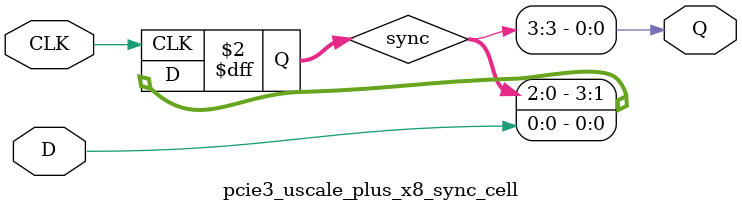
<source format=v>

`timescale 1ps / 1ps

(* DowngradeIPIdentifiedWarnings = "yes" *)
module pcie3_uscale_plus_x8_sync_cell #
(
    parameter integer STAGE = 3
)
(
    //-------------------------------------------------------------------------- 
    //  Input Ports
    //-------------------------------------------------------------------------- 
    input                               CLK,
    input                               D,
    
    //-------------------------------------------------------------------------- 
    //  Output Ports
    //-------------------------------------------------------------------------- 
    output                              Q
);
    //-------------------------------------------------------------------------- 
    //  Synchronized Signals
    //--------------------------------------------------------------------------  
    (* ASYNC_REG = "TRUE", SHIFT_EXTRACT = "NO" *) reg [STAGE:0] sync;                                                            



//--------------------------------------------------------------------------------------------------
//  Synchronizier
//--------------------------------------------------------------------------------------------------
always @ (posedge CLK)
begin

    sync <= {sync[(STAGE-1):0], D};
            
end   



//--------------------------------------------------------------------------------------------------
//  Generate Output
//--------------------------------------------------------------------------------------------------
assign Q = sync[STAGE];



endmodule

</source>
